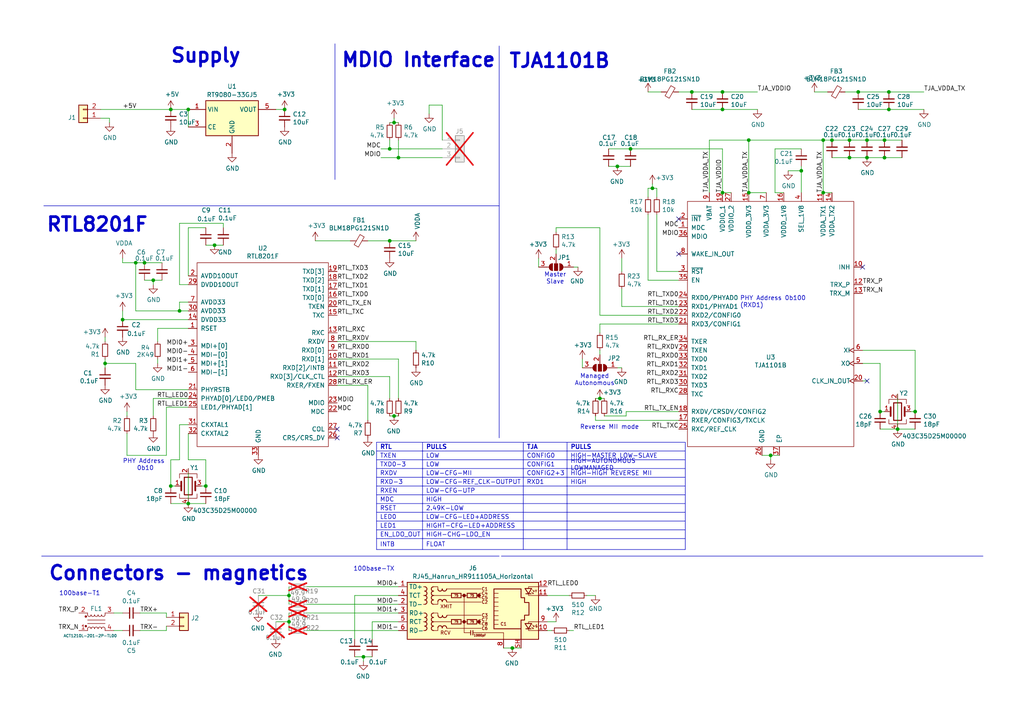
<source format=kicad_sch>
(kicad_sch (version 20250114) (generator "eeschema") (generator_version "9.0")
  (paper "A4")
  (lib_symbols
    (symbol "Connector:RJ45_Hanrun_HR911105A_Horizontal"
      (property "Reference" "J" (at 18.415 10.16 0))
      (property "Value" "RJ45_Hanrun_HR911105A_Horizontal" (at -19.05 10.16 0))
      (symbol "RJ45_Hanrun_HR911105A_Horizontal_0_0"
        (text "XMIT" (at -8.255 1.905 0) (effects (font (size 1.016 1.016)) (justify left)))
        (text "RCV" (at -8.255 -5.715 0) (effects (font (size 1.016 1.016)) (justify left)))
        (text "C1" (at 4.699 6.985 0) (effects (font (size 0.889 0.889))))
        (text "C4" (at 4.699 5.715 0) (effects (font (size 0.889 0.889))))
        (text "C5" (at 4.699 4.445 0) (effects (font (size 0.889 0.889))))
        (text "C2" (at 4.699 3.175 0) (effects (font (size 0.889 0.889))))
        (text "C3" (at 4.699 -0.635 0) (effects (font (size 0.889 0.889))))
        (text "C7" (at 4.699 -1.905 0) (effects (font (size 0.889 0.889))))
        (text "C8" (at 4.699 -3.175 0) (effects (font (size 0.889 0.889))))
        (text "C6" (at 4.699 -4.445 0) (effects (font (size 0.889 0.889))))
        (text "C1" (at 10.16 -3.175 0) (effects (font (size 0.889 0.889))))
      )
      (symbol "RJ45_Hanrun_HR911105A_Horizontal_1_0"
        (text "1000pF" (at 3.302 -6.477 0) (effects (font (size 0.635 0.635))))
      )
      (symbol "RJ45_Hanrun_HR911105A_Horizontal_1_1"
        (text "75" (at -3.556 5.08 0) (effects (font (size 0.635 0.635))))
        (text "75" (at -3.556 -2.54 0) (effects (font (size 0.635 0.635))))
        (text "75" (at 1.016 5.08 0) (effects (font (size 0.635 0.635))))
        (text "75" (at 1.016 -2.54 0) (effects (font (size 0.635 0.635))))
        (text "Y" (at 19.558 6.35 0) (effects (font (size 0.635 0.635))))
        (text "G" (at 19.685 -3.81 0) (effects (font (size 0.635 0.635))))
        (pin passive line (at -20.32 7.62 0) (length 2.54) (name "TD+") (number "1"))
        (pin passive line (at -20.32 5.08 0) (length 2.54) (name "TCT") (number "4"))
        (pin passive line (at -20.32 2.54 0) (length 2.54) (name "TD-") (number "2"))
        (pin passive line (at -20.32 0 0) (length 2.54) (name "RD+") (number "3"))
        (pin passive line (at -20.32 -2.54 0) (length 2.54) (name "RCT") (number "5"))
        (pin passive line (at -20.32 -5.08 0) (length 2.54) (name "RD-") (number "6"))
        (pin power_in line (at 10.16 -10.16 90) (length 2.54) (name "") (number "8"))
        (pin passive line (at 15.24 -10.16 90) (length 2.54) (name "") (number "SH"))
        (pin no_connect line (at 20.32 0 0) (length 0) (hide yes) (name "NC") (number "7"))
        (pin passive line (at 22.86 7.62 180) (length 2.54) (name "") (number "12"))
        (pin passive line (at 22.86 5.08 180) (length 2.54) (name "") (number "11"))
        (pin passive line (at 22.86 -2.54 180) (length 2.54) (name "") (number "9"))
        (pin passive line (at 22.86 -5.08 180) (length 2.54) (name "") (number "10"))
      )
    )
    (symbol "Connector_Generic:Conn_01x02" (pin_names (offset 1.016) (hide yes))
      (property "Reference" "J" (at 0 2.54 0))
      (property "Value" "Conn_01x02" (at 0 -5.08 0))
      (symbol "Conn_01x02_1_1"
        (pin passive line (at -5.08 0 0) (length 3.81) (name "Pin_1") (number "1"))
        (pin passive line (at -5.08 -2.54 0) (length 3.81) (name "Pin_2") (number "2"))
      )
    )
    (symbol "Connector_Generic:Conn_01x03" (pin_names (offset 1.016) (hide yes))
      (property "Reference" "J" (at 0 5.08 0))
      (property "Value" "Conn_01x03" (at 0 -5.08 0))
      (symbol "Conn_01x03_1_1"
        (pin passive line (at -5.08 2.54 0) (length 3.81) (name "Pin_1") (number "1"))
        (pin passive line (at -5.08 0 0) (length 3.81) (name "Pin_2") (number "2"))
        (pin passive line (at -5.08 -2.54 0) (length 3.81) (name "Pin_3") (number "3"))
      )
    )
    (symbol "Device:C_Small" (pin_numbers (hide yes)) (pin_names (offset 0.254) (hide yes))
      (property "Reference" "C" (at 0.254 1.778 0))
      (property "Value" "C_Small" (at 0.254 -2.032 0))
      (symbol "C_Small_1_1"
        (pin passive line (at 0 2.54 270) (length 2.032) (name "~") (number "1"))
        (pin passive line (at 0 -2.54 90) (length 2.032) (name "~") (number "2"))
      )
    )
    (symbol "Device:Crystal_GND24" (pin_names (offset 1.016) (hide yes))
      (property "Reference" "Y" (at 3.175 5.08 0))
      (property "Value" "Crystal_GND24" (at 3.175 3.175 0))
      (symbol "Crystal_GND24_1_1"
        (pin passive line (at -3.81 0 0) (length 1.27) (name "1") (number "1"))
        (pin passive line (at 0 5.08 270) (length 1.27) (name "2") (number "2"))
        (pin passive line (at 0 -5.08 90) (length 1.27) (name "4") (number "4"))
        (pin passive line (at 3.81 0 180) (length 1.27) (name "3") (number "3"))
      )
    )
    (symbol "Device:EMI_Filter_LL_1423" (pin_names (hide yes))
      (property "Reference" "FL" (at 0 4.445 0))
      (property "Value" "Device_EMI_Filter_LL_1423" (at 0 -4.445 0))
      (symbol "EMI_Filter_LL_1423_1_1"
        (pin passive line (at -5.08 2.54 0) (length 2.54) (name "2") (number "2"))
        (pin passive line (at -5.08 -2.54 0) (length 2.54) (name "1") (number "1"))
        (pin passive line (at 5.08 2.54 180) (length 2.54) (name "3") (number "3"))
        (pin passive line (at 5.08 -2.54 180) (length 2.54) (name "4") (number "4"))
      )
    )
    (symbol "Device:Ferrite_Bead_Small" (pin_numbers (hide yes)) (pin_names (offset 0))
      (property "Reference" "FB" (at 1.905 1.27 0))
      (property "Value" "Device_Ferrite_Bead_Small" (at 1.905 -1.27 0))
      (symbol "Ferrite_Bead_Small_1_1"
        (pin passive line (at 0 2.54 270) (length 1.27) (name "~") (number "1"))
        (pin passive line (at 0 -2.54 90) (length 1.27) (name "~") (number "2"))
      )
    )
    (symbol "Device:R_Small" (pin_numbers (hide yes)) (pin_names (offset 0.254) (hide yes))
      (property "Reference" "R" (at 0.762 0.508 0))
      (property "Value" "R_Small" (at 0.762 -1.016 0))
      (symbol "R_Small_1_1"
        (pin passive line (at 0 2.54 270) (length 0.762) (name "~") (number "1"))
        (pin passive line (at 0 -2.54 90) (length 0.762) (name "~") (number "2"))
      )
    )
    (symbol "Jumper:SolderJumper_3_Open" (pin_names (offset 0) (hide yes)) (exclude_from_sim yes) (in_bom no)
      (property "Reference" "JP" (at -2.54 -2.54 0))
      (property "Value" "SolderJumper_3_Open" (at 0 2.794 0))
      (symbol "SolderJumper_3_Open_1_1"
        (pin passive line (at -5.08 0 0) (length 2.54) (name "A") (number "1"))
        (pin passive line (at 0 -3.81 90) (length 2.54) (name "C") (number "2"))
        (pin passive line (at 5.08 0 180) (length 2.54) (name "B") (number "3"))
      )
    )
    (symbol "Regulator_Linear:XC6210B332MR"
      (property "Reference" "U" (at 0 8.89 0))
      (property "Value" "XC6210B332MR" (at 0 6.35 0))
      (symbol "XC6210B332MR_1_1"
        (pin power_in line (at -12.7 2.54 0) (length 5.08) (name "VIN") (number "1"))
        (pin input line (at -12.7 -2.54 0) (length 5.08) (name "CE") (number "3"))
        (pin power_in line (at 0 -10.16 90) (length 5.08) (name "GND") (number "2"))
        (pin no_connect line (at 7.62 -2.54 180) (length 5.08) (hide yes) (name "NC") (number "4"))
        (pin power_out line (at 12.7 2.54 180) (length 5.08) (name "VOUT") (number "5"))
      )
    )
    (symbol "custom:SR8201F" (pin_names (offset 1.016))
      (property "Reference" "U" (at 0 0 0))
      (property "Value" "SR8201F" (at 0 0 0))
      (symbol "SR8201F_1_1"
        (pin power_out line (at -21.59 22.86 0) (length 2.54) (name "AVDD10OUT") (number "2"))
        (pin power_out line (at -21.59 20.32 0) (length 2.54) (name "DVDD10OUT") (number "29"))
        (pin power_in line (at -21.59 15.24 0) (length 2.54) (name "AVDD33") (number "7"))
        (pin power_in line (at -21.59 12.7 0) (length 2.54) (name "AVDD33") (number "30"))
        (pin power_in line (at -21.59 10.16 0) (length 2.54) (name "DVDD33") (number "14"))
        (pin input line (at -21.59 7.62 0) (length 2.54) (name "RSET") (number "1"))
        (pin output line (at -21.59 2.54 0) (length 2.54) (name "MDI+[0]") (number "3"))
        (pin output line (at -21.59 0 0) (length 2.54) (name "MDI-[0]") (number "4"))
        (pin output line (at -21.59 -2.54 0) (length 2.54) (name "MDI+[1]") (number "5"))
        (pin output line (at -21.59 -5.08 0) (length 2.54) (name "MDI-[1]") (number "6"))
        (pin input line (at -21.59 -10.16 0) (length 2.54) (name "PHYRSTB") (number "21"))
        (pin output line (at -21.59 -12.7 0) (length 2.54) (name "PHYAD[0]/LED0/PMEB") (number "24"))
        (pin output line (at -21.59 -15.24 0) (length 2.54) (name "LED1/PHYAD[1]") (number "25"))
        (pin input line (at -21.59 -20.32 0) (length 2.54) (name "CKXTAL1") (number "31"))
        (pin bidirectional line (at -21.59 -22.86 0) (length 2.54) (name "CKXTAL2") (number "32"))
        (pin power_in line (at -1.27 -29.21 90) (length 2.54) (name "GND") (number "33"))
        (pin input line (at 21.59 24.13 180) (length 2.54) (name "TXD[3]") (number "19"))
        (pin input line (at 21.59 21.59 180) (length 2.54) (name "TXD[2]") (number "18"))
        (pin input line (at 21.59 19.05 180) (length 2.54) (name "TXD[1]") (number "17"))
        (pin input line (at 21.59 16.51 180) (length 2.54) (name "TXD[0]") (number "16"))
        (pin input line (at 21.59 13.97 180) (length 2.54) (name "TXEN") (number "20"))
        (pin output line (at 21.59 11.43 180) (length 2.54) (name "TXC") (number "15"))
        (pin input line (at 21.59 6.35 180) (length 2.54) (name "RXC") (number "13"))
        (pin output line (at 21.59 3.81 180) (length 2.54) (name "RXDV") (number "8"))
        (pin output line (at 21.59 1.27 180) (length 2.54) (name "RXD[0]") (number "9"))
        (pin output line (at 21.59 -1.27 180) (length 2.54) (name "RXD[1]") (number "10"))
        (pin output line (at 21.59 -3.81 180) (length 2.54) (name "RXD[2]/INTB") (number "11"))
        (pin output line (at 21.59 -6.35 180) (length 2.54) (name "RXD[3]/CLK_CTL") (number "12"))
        (pin output line (at 21.59 -8.89 180) (length 2.54) (name "RXER/FXEN") (number "28"))
        (pin bidirectional line (at 21.59 -13.97 180) (length 2.54) (name "MDIO") (number "23"))
        (pin input line (at 21.59 -16.51 180) (length 2.54) (name "MDC") (number "22"))
        (pin output line (at 21.59 -21.59 180) (length 2.54) (name "COL") (number "27"))
        (pin output line (at 21.59 -24.13 180) (length 2.54) (name "CRS/CRS_DV") (number "26"))
      )
    )
    (symbol "custom:TJA1101" (pin_names (offset 1.016))
      (property "Reference" "U" (at 0 0 0))
      (property "Value" "TJA1101" (at 0 0 0))
      (symbol "TJA1101_1_1"
        (pin input line (at -26.67 30.48 0) (length 2.54) (name "~{INT}") (number "2"))
        (pin input line (at -26.67 27.94 0) (length 2.54) (name "MDC") (number "1"))
        (pin bidirectional line (at -26.67 25.4 0) (length 2.54) (name "MDIO") (number "36"))
        (pin bidirectional line (at -26.67 20.32 0) (length 2.54) (name "WAKE_IN_OUT") (number "8"))
        (pin input line (at -26.67 15.24 0) (length 2.54) (name "~{RST}") (number "3"))
        (pin input line (at -26.67 12.7 0) (length 2.54) (name "EN") (number "35"))
        (pin output line (at -26.67 7.62 0) (length 2.54) (name "RXD0/PHYAD0") (number "24"))
        (pin output line (at -26.67 5.08 0) (length 2.54) (name "RXD1/PHYAD1") (number "23"))
        (pin output line (at -26.67 2.54 0) (length 2.54) (name "RXD2/CONFIG0") (number "22"))
        (pin output line (at -26.67 0 0) (length 2.54) (name "RXD3/CONFIG1") (number "21"))
        (pin input line (at -26.67 -5.08 0) (length 2.54) (name "TXER") (number "34"))
        (pin input line (at -26.67 -7.62 0) (length 2.54) (name "TXEN") (number "29"))
        (pin input line (at -26.67 -10.16 0) (length 2.54) (name "TXD0") (number "33"))
        (pin input line (at -26.67 -12.7 0) (length 2.54) (name "TXD1") (number "32"))
        (pin input line (at -26.67 -15.24 0) (length 2.54) (name "TXD2") (number "31"))
        (pin input line (at -26.67 -17.78 0) (length 2.54) (name "TXD3") (number "30"))
        (pin output line (at -26.67 -20.32 0) (length 2.54) (name "TXC") (number "28"))
        (pin output line (at -26.67 -25.4 0) (length 2.54) (name "RXDV/CRSDV/CONFIG2") (number "18"))
        (pin output line (at -26.67 -27.94 0) (length 2.54) (name "RXER/CONFIG3/TXCLK") (number "17"))
        (pin input line (at -26.67 -30.48 0) (length 2.54) (name "RXC/REF_CLK") (number "25"))
        (pin power_in line (at -17.78 38.1 270) (length 2.54) (name "VBAT") (number "9"))
        (pin power_in line (at -13.97 38.1 270) (length 2.54) (name "VDDIO_1") (number "19"))
        (pin power_in line (at -11.43 38.1 270) (length 2.54) (name "VDDIO_2") (number "27"))
        (pin power_in line (at -6.35 38.1 270) (length 2.54) (name "VDDD_3V3") (number "15"))
        (pin power_in line (at -2.54 -38.1 90) (length 2.54) (name "GND") (number "26"))
        (pin power_in line (at -1.27 38.1 270) (length 2.54) (name "VDDA_3V3") (number "7"))
        (pin power_in line (at 2.54 -38.1 90) (length 2.54) (name "EP") (number "37"))
        (pin power_out line (at 3.81 38.1 270) (length 2.54) (name "VDDD_1V8") (number "16"))
        (pin input line (at 8.89 38.1 270) (length 2.54) (name "SEL_1V8") (number "4"))
        (pin power_in line (at 15.24 38.1 270) (length 2.54) (name "VDDA_TX1") (number "11"))
        (pin power_in line (at 17.78 38.1 270) (length 2.54) (name "VDDA_TX2") (number "14"))
        (pin input line (at 26.67 16.51 180) (length 2.54) (name "INH") (number "10"))
        (pin output line (at 26.67 11.43 180) (length 2.54) (name "TRX_P") (number "12"))
        (pin output line (at 26.67 8.89 180) (length 2.54) (name "TRX_M") (number "13"))
        (pin input clock (at 26.67 -7.62 180) (length 2.54) (name "XI") (number "6"))
        (pin output clock (at 26.67 -11.43 180) (length 2.54) (name "XO") (number "5"))
        (pin bidirectional clock (at 26.67 -16.51 180) (length 2.54) (name "CLK_IN_OUT") (number "20"))
      )
    )
    (symbol "power:+3V3" (power) (pin_names (offset 0))
      (property "Value" "+3V3" (at 0 3.556 0))
      (symbol "+3V3_1_1"
        (pin power_in line (at 0 0 90) (length 0) (hide yes) (name "+3V3") (number "1"))
      )
    )
    (symbol "power:+5V" (power) (pin_names (offset 0))
      (property "Value" "+5V" (at 0 3.556 0))
      (symbol "+5V_1_1"
        (pin power_in line (at 0 0 90) (length 0) (hide yes) (name "+5V") (number "1"))
      )
    )
    (symbol "power:GND" (power) (pin_names (offset 0))
      (property "Value" "GND" (at 0 -3.81 0))
      (symbol "GND_1_1"
        (pin power_in line (at 0 0 270) (length 0) (hide yes) (name "GND") (number "1"))
      )
    )
    (symbol "power:VDDA" (power) (pin_names (offset 0))
      (property "Value" "VDDA" (at 0 3.81 0))
      (symbol "VDDA_1_1"
        (pin power_in line (at 0 0 90) (length 0) (hide yes) (name "VDDA") (number "1"))
      )
    )
  )
  (text "" (at 113.792 26.67 0) (effects (font (size 4 4) (thickness 0.8) (bold yes))))
  (text "100base-T1" (at 23.114 172.212 0) (effects (font (size 1.27 1.27))))
  (text "Connectors - magnetics" (at 51.816 166.37 0) (effects (font (size 4 4) (thickness 0.8) (bold yes))))
  (text "PHY Address 0b100\n(RXD1)" (at 214.63 89.408 0) (effects (font (size 1.27 1.27)) (justify left bottom)))
  (text "MDIO Interface" (at 121.412 17.526 0) (effects (font (size 4 4) (thickness 0.8) (bold yes))))
  (text "TJA1101B" (at 162.306 17.78 0) (effects (font (size 4 4) (thickness 0.8) (bold yes))))
  (text "Master\nSlave" (at 161.036 82.55 0) (effects (font (size 1.27 1.27)) (justify bottom)))
  (text "Reverse MII mode" (at 176.784 124.714 0) (effects (font (size 1.27 1.27)) (justify bottom)))
  (text "RTL8201F" (at 28.194 65.278 0) (effects (font (size 4 4) (thickness 0.8) (bold yes))))
  (text "100base-TX" (at 108.458 165.1 0) (effects (font (size 1.27 1.27))))
  (text "Managed\nAutonomous" (at 172.466 112.014 0) (effects (font (size 1.27 1.27)) (justify bottom)))
  (text "PHY Address \n0b10" (at 42.164 136.652 0) (effects (font (size 1.27 1.27)) (justify bottom)))
  (text "Supply" (at 59.69 16.256 0) (effects (font (size 4 4) (thickness 0.8) (bold yes))))
  (junction (at 217.17 40.64))
  (junction (at 114.3 120.65))
  (junction (at 255.27 119.38))
  (junction (at 49.53 140.97))
  (junction (at 265.43 119.38))
  (junction (at 217.17 55.88))
  (junction (at 54.61 146.05))
  (junction (at 209.55 31.75))
  (junction (at 200.66 26.67))
  (junction (at 54.61 31.75))
  (junction (at 246.38 45.72))
  (junction (at 182.88 43.18))
  (junction (at 238.76 55.88))
  (junction (at 173.99 115.57))
  (junction (at 30.48 105.41))
  (junction (at 238.76 40.64))
  (junction (at 39.37 76.2))
  (junction (at 209.55 26.67))
  (junction (at 113.03 43.18))
  (junction (at 241.3 40.64))
  (junction (at 44.45 81.28))
  (junction (at 251.46 40.64))
  (junction (at 257.81 26.67))
  (junction (at 83.82 180.34))
  (junction (at 256.54 40.64))
  (junction (at 209.55 55.88))
  (junction (at 248.92 26.67))
  (junction (at 189.23 54.61))
  (junction (at 62.23 71.12))
  (junction (at 83.82 172.72))
  (junction (at 148.59 187.96))
  (junction (at 41.91 76.2))
  (junction (at 246.38 40.64))
  (junction (at 113.03 69.85))
  (junction (at 105.41 190.5))
  (junction (at 82.55 31.75))
  (junction (at 35.56 92.71))
  (junction (at 256.54 45.72))
  (junction (at 179.07 48.26))
  (junction (at 257.81 31.75))
  (junction (at 114.3 35.56))
  (junction (at 223.52 132.08))
  (junction (at 59.69 140.97))
  (junction (at 52.07 90.17))
  (junction (at 115.57 45.72))
  (junction (at 260.35 124.46))
  (junction (at 232.41 49.53))
  (junction (at 251.46 45.72))
  (junction (at 49.53 31.75))
  (no_connect (at 196.85 63.5))
  (no_connect (at 251.46 110.49))
  (no_connect (at 97.79 127))
  (no_connect (at 97.79 124.46))
  (no_connect (at 196.85 73.66))
  (no_connect (at 250.19 77.47))
  (wire (pts (xy 97.79 99.06) (xy 120.65 99.06)))
  (wire (pts (xy 236.22 26.67) (xy 240.03 26.67)))
  (wire (pts (xy 114.3 120.65) (xy 115.57 120.65)))
  (wire (pts (xy 158.75 172.72) (xy 165.1 172.72)))
  (wire (pts (xy 74.93 172.72) (xy 83.82 172.72)))
  (wire (pts (xy 106.68 111.76) (xy 106.68 121.92)))
  (wire (pts (xy 113.03 35.56) (xy 114.3 35.56)))
  (wire (pts (xy 238.76 55.88) (xy 241.3 55.88)))
  (wire (pts (xy 54.61 82.55) (xy 52.07 82.55)))
  (wire (pts (xy 83.82 180.34) (xy 83.82 182.88)))
  (wire (pts (xy 54.61 133.35) (xy 59.69 133.35)))
  (wire (pts (xy 226.06 132.08) (xy 223.52 132.08)))
  (wire (pts (xy 180.34 74.93) (xy 180.34 78.74)))
  (wire (pts (xy 196.85 119.38) (xy 181.61 119.38)))
  (wire (pts (xy 54.61 123.19) (xy 52.07 123.19)))
  (wire (pts (xy 255.27 105.41) (xy 250.19 105.41)))
  (wire (pts (xy 260.35 124.46) (xy 265.43 124.46)))
  (wire (pts (xy 29.21 34.29) (xy 31.75 34.29)))
  (wire (pts (xy 52.07 90.17) (xy 54.61 90.17)))
  (wire (pts (xy 161.29 180.34) (xy 158.75 180.34)))
  (wire (pts (xy 182.88 43.18) (xy 176.53 43.18)))
  (wire (pts (xy 83.82 177.8) (xy 83.82 180.34)))
  (wire (pts (xy 146.05 187.96) (xy 148.59 187.96)))
  (wire (pts (xy 172.72 121.92) (xy 172.72 120.65)))
  (wire (pts (xy 256.54 45.72) (xy 261.62 45.72)))
  (wire (pts (xy 179.07 48.26) (xy 176.53 48.26)))
  (wire (pts (xy 124.46 30.48) (xy 124.46 33.02)))
  (wire (pts (xy 54.61 87.63) (xy 52.07 87.63)))
  (wire (pts (xy 48.26 179.07) (xy 48.26 177.8)))
  (wire (pts (xy 54.61 66.04) (xy 54.61 80.01)))
  (wire (pts (xy 114.3 35.56) (xy 115.57 35.56)))
  (wire (pts (xy 39.37 105.41) (xy 39.37 113.03)))
  (wire (pts (xy 200.66 26.67) (xy 209.55 26.67)))
  (wire (pts (xy 224.79 55.88) (xy 224.79 43.18)))
  (wire (pts (xy 49.53 133.35) (xy 49.53 140.97)))
  (wire (pts (xy 113.03 69.85) (xy 120.65 69.85)))
  (wire (pts (xy 80.01 180.34) (xy 83.82 180.34)))
  (wire (pts (xy 102.87 185.42) (xy 102.87 172.72)))
  (wire (pts (xy 114.3 120.65) (xy 113.03 120.65)))
  (wire (pts (xy 173.99 66.04) (xy 161.29 66.04)))
  (wire (pts (xy 245.11 26.67) (xy 248.92 26.67)))
  (wire (pts (xy 52.07 123.19) (xy 52.07 133.35)))
  (wire (pts (xy 156.21 74.93) (xy 156.21 77.47)))
  (wire (pts (xy 223.52 133.35) (xy 223.52 132.08)))
  (wire (pts (xy 52.07 90.17) (xy 52.07 87.63)))
  (wire (pts (xy 36.83 132.08) (xy 36.83 125.73)))
  (wire (pts (xy 91.44 69.85) (xy 101.6 69.85)))
  (wire (pts (xy 30.48 105.41) (xy 39.37 105.41)))
  (wire (pts (xy 227.33 55.88) (xy 224.79 55.88)))
  (wire (pts (xy 39.37 113.03) (xy 54.61 113.03)))
  (wire (pts (xy 217.17 55.88) (xy 222.25 55.88)))
  (wire (pts (xy 205.74 40.64) (xy 217.17 40.64)))
  (wire (pts (xy 173.99 93.98) (xy 173.99 96.52)))
  (wire (pts (xy 29.21 31.75) (xy 49.53 31.75)))
  (wire (pts (xy 179.07 106.68) (xy 180.34 106.68)))
  (wire (pts (xy 209.55 43.18) (xy 209.55 55.88)))
  (wire (pts (xy 52.07 133.35) (xy 49.53 133.35)))
  (wire (pts (xy 49.53 140.97) (xy 50.8 140.97)))
  (wire (pts (xy 200.66 31.75) (xy 209.55 31.75)))
  (wire (pts (xy 36.83 132.08) (xy 48.26 132.08)))
  (polyline (pts (xy 144.78 59.69) (xy 144.78 127)))
  (wire (pts (xy 257.81 31.75) (xy 267.97 31.75)))
  (wire (pts (xy 107.95 185.42) (xy 107.95 180.34)))
  (wire (pts (xy 110.49 45.72) (xy 115.57 45.72)))
  (wire (pts (xy 114.3 34.29) (xy 114.3 35.56)))
  (wire (pts (xy 248.92 31.75) (xy 257.81 31.75)))
  (wire (pts (xy 44.45 115.57) (xy 44.45 120.65)))
  (wire (pts (xy 251.46 110.49) (xy 250.19 110.49)))
  (wire (pts (xy 241.3 40.64) (xy 246.38 40.64)))
  (polyline (pts (xy 144.78 13.335) (xy 144.78 59.69)))
  (wire (pts (xy 80.01 31.75) (xy 82.55 31.75)))
  (polyline (pts (xy 145.415 161.29) (xy 285.115 161.29)))
  (wire (pts (xy 30.48 105.41) (xy 30.48 106.68)))
  (wire (pts (xy 181.61 120.65) (xy 175.26 120.65)))
  (wire (pts (xy 88.9 175.26) (xy 115.57 175.26)))
  (wire (pts (xy 106.68 111.76) (xy 97.79 111.76)))
  (wire (pts (xy 238.76 40.64) (xy 238.76 55.88)))
  (wire (pts (xy 256.54 40.64) (xy 261.62 40.64)))
  (wire (pts (xy 115.57 45.72) (xy 128.27 45.72)))
  (wire (pts (xy 35.56 90.17) (xy 35.56 92.71)))
  (wire (pts (xy 54.61 125.73) (xy 54.61 133.35)))
  (wire (pts (xy 105.41 190.5) (xy 107.95 190.5)))
  (wire (pts (xy 217.17 40.64) (xy 217.17 55.88)))
  (wire (pts (xy 161.29 66.04) (xy 161.29 67.31)))
  (wire (pts (xy 58.42 140.97) (xy 59.69 140.97)))
  (wire (pts (xy 148.59 187.96) (xy 151.13 187.96)))
  (wire (pts (xy 106.68 69.85) (xy 113.03 69.85)))
  (wire (pts (xy 248.92 26.67) (xy 257.81 26.67)))
  (wire (pts (xy 189.23 53.34) (xy 189.23 54.61)))
  (wire (pts (xy 39.37 90.17) (xy 39.37 76.2)))
  (wire (pts (xy 190.5 54.61) (xy 190.5 57.15)))
  (wire (pts (xy 113.03 109.22) (xy 113.03 115.57)))
  (wire (pts (xy 54.61 135.89) (xy 54.61 146.05)))
  (wire (pts (xy 113.03 43.18) (xy 128.27 43.18)))
  (wire (pts (xy 196.85 26.67) (xy 200.66 26.67)))
  (wire (pts (xy 33.02 182.88) (xy 35.56 182.88)))
  (wire (pts (xy 255.27 119.38) (xy 255.27 105.41)))
  (wire (pts (xy 173.99 91.44) (xy 196.85 91.44)))
  (wire (pts (xy 173.99 91.44) (xy 173.99 66.04)))
  (polyline (pts (xy 12.065 161.29) (xy 144.78 161.29)))
  (wire (pts (xy 88.9 177.8) (xy 115.57 177.8)))
  (wire (pts (xy 187.96 81.28) (xy 196.85 81.28)))
  (wire (pts (xy 97.79 104.14) (xy 115.57 104.14)))
  (wire (pts (xy 260.35 114.3) (xy 260.35 124.46)))
  (wire (pts (xy 44.45 115.57) (xy 54.61 115.57)))
  (wire (pts (xy 59.69 71.12) (xy 62.23 71.12)))
  (wire (pts (xy 250.19 101.6) (xy 265.43 101.6)))
  (wire (pts (xy 30.48 104.14) (xy 30.48 105.41)))
  (wire (pts (xy 39.37 76.2) (xy 41.91 76.2)))
  (wire (pts (xy 160.02 182.88) (xy 158.75 182.88)))
  (wire (pts (xy 246.38 40.64) (xy 251.46 40.64)))
  (wire (pts (xy 52.07 64.77) (xy 64.77 64.77)))
  (wire (pts (xy 238.76 40.64) (xy 241.3 40.64)))
  (wire (pts (xy 257.81 26.67) (xy 267.97 26.67)))
  (wire (pts (xy 180.34 88.9) (xy 196.85 88.9)))
  (polyline (pts (xy 97.155 12.7) (xy 97.155 52.07)))
  (wire (pts (xy 224.79 43.18) (xy 232.41 43.18)))
  (wire (pts (xy 62.23 71.12) (xy 64.77 71.12)))
  (wire (pts (xy 241.3 45.72) (xy 246.38 45.72)))
  (wire (pts (xy 246.38 45.72) (xy 251.46 45.72)))
  (wire (pts (xy 54.61 146.05) (xy 59.69 146.05)))
  (wire (pts (xy 232.41 48.26) (xy 232.41 49.53)))
  (wire (pts (xy 179.07 48.26) (xy 182.88 48.26)))
  (wire (pts (xy 217.17 40.64) (xy 238.76 40.64)))
  (wire (pts (xy 190.5 78.74) (xy 196.85 78.74)))
  (wire (pts (xy 83.82 172.72) (xy 83.82 175.26)))
  (wire (pts (xy 166.37 77.47) (xy 167.64 77.47)))
  (wire (pts (xy 45.72 99.06) (xy 45.72 95.25)))
  (wire (pts (xy 115.57 104.14) (xy 115.57 115.57)))
  (wire (pts (xy 187.96 26.67) (xy 191.77 26.67)))
  (wire (pts (xy 170.18 172.72) (xy 172.72 172.72)))
  (wire (pts (xy 181.61 119.38) (xy 181.61 120.65)))
  (wire (pts (xy 41.91 81.28) (xy 44.45 81.28)))
  (wire (pts (xy 187.96 57.15) (xy 187.96 54.61)))
  (wire (pts (xy 180.34 83.82) (xy 180.34 88.9)))
  (wire (pts (xy 45.72 105.41) (xy 45.72 104.14)))
  (wire (pts (xy 110.49 43.18) (xy 113.03 43.18)))
  (wire (pts (xy 128.27 30.48) (xy 124.46 30.48)))
  (polyline (pts (xy 12.7 59.69) (xy 144.78 59.69)))
  (wire (pts (xy 102.87 190.5) (xy 105.41 190.5)))
  (wire (pts (xy 251.46 45.72) (xy 256.54 45.72)))
  (wire (pts (xy 39.37 90.17) (xy 52.07 90.17)))
  (wire (pts (xy 115.57 40.64) (xy 115.57 45.72)))
  (wire (pts (xy 187.96 54.61) (xy 189.23 54.61)))
  (wire (pts (xy 49.53 146.05) (xy 54.61 146.05)))
  (wire (pts (xy 83.82 170.18) (xy 83.82 172.72)))
  (wire (pts (xy 59.69 133.35) (xy 59.69 140.97)))
  (wire (pts (xy 44.45 81.28) (xy 44.45 82.55)))
  (wire (pts (xy 172.72 121.92) (xy 196.85 121.92)))
  (wire (pts (xy 209.55 26.67) (xy 219.71 26.67)))
  (wire (pts (xy 223.52 132.08) (xy 220.98 132.08)))
  (wire (pts (xy 255.27 124.46) (xy 260.35 124.46)))
  (wire (pts (xy 64.77 64.77) (xy 64.77 66.04)))
  (wire (pts (xy 113.03 40.64) (xy 113.03 43.18)))
  (wire (pts (xy 255.27 119.38) (xy 256.54 119.38)))
  (wire (pts (xy 166.37 182.88) (xy 165.1 182.88)))
  (wire (pts (xy 45.72 95.25) (xy 54.61 95.25)))
  (wire (pts (xy 54.61 31.75) (xy 49.53 31.75)))
  (wire (pts (xy 182.88 43.18) (xy 209.55 43.18)))
  (wire (pts (xy 265.43 119.38) (xy 265.43 101.6)))
  (wire (pts (xy 232.41 49.53) (xy 228.6 49.53)))
  (wire (pts (xy 173.99 93.98) (xy 196.85 93.98)))
  (wire (pts (xy 205.74 55.88) (xy 205.74 40.64)))
  (wire (pts (xy 35.56 76.2) (xy 39.37 76.2)))
  (wire (pts (xy 48.26 182.88) (xy 40.64 182.88)))
  (wire (pts (xy 54.61 31.75) (xy 54.61 36.83)))
  (wire (pts (xy 88.9 170.18) (xy 115.57 170.18)))
  (wire (pts (xy 54.61 66.04) (xy 59.69 66.04)))
  (wire (pts (xy 105.41 191.77) (xy 105.41 190.5)))
  (wire (pts (xy 107.95 180.34) (xy 115.57 180.34)))
  (wire (pts (xy 97.79 109.22) (xy 113.03 109.22)))
  (wire (pts (xy 128.27 40.64) (xy 128.27 30.48)))
  (wire (pts (xy 189.23 54.61) (xy 190.5 54.61)))
  (wire (pts (xy 48.26 177.8) (xy 40.64 177.8)))
  (wire (pts (xy 35.56 92.71) (xy 54.61 92.71)))
  (wire (pts (xy 48.26 118.11) (xy 48.26 132.08)))
  (wire (pts (xy 209.55 55.88) (xy 212.09 55.88)))
  (wire (pts (xy 187.96 62.23) (xy 187.96 81.28)))
  (wire (pts (xy 44.45 81.28) (xy 46.99 81.28)))
  (wire (pts (xy 31.75 34.29) (xy 31.75 35.56)))
  (wire (pts (xy 264.16 119.38) (xy 265.43 119.38)))
  (wire (pts (xy 48.26 181.61) (xy 48.26 182.88)))
  (wire (pts (xy 35.56 74.93) (xy 35.56 76.2)))
  (wire (pts (xy 190.5 78.74) (xy 190.5 62.23)))
  (wire (pts (xy 102.87 172.72) (xy 115.57 172.72)))
  (wire (pts (xy 36.83 119.38) (xy 36.83 120.65)))
  (wire (pts (xy 120.65 99.06) (xy 120.65 101.6)))
  (wire (pts (xy 48.26 118.11) (xy 54.61 118.11)))
  (wire (pts (xy 161.29 72.39) (xy 161.29 73.66)))
  (wire (pts (xy 30.48 97.79) (xy 30.48 99.06)))
  (wire (pts (xy 88.9 182.88) (xy 115.57 182.88)))
  (wire (pts (xy 251.46 40.64) (xy 256.54 40.64)))
  (wire (pts (xy 168.91 104.14) (xy 168.91 106.68)))
  (wire (pts (xy 209.55 31.75) (xy 219.71 31.75)))
  (wire (pts (xy 41.91 76.2) (xy 46.99 76.2)))
  (wire (pts (xy 172.72 115.57) (xy 173.99 115.57)))
  (wire (pts (xy 173.99 101.6) (xy 173.99 102.87)))
  (wire (pts (xy 33.02 177.8) (xy 35.56 177.8)))
  (wire (pts (xy 232.41 55.88) (xy 232.41 49.53)))
  (wire (pts (xy 52.07 64.77) (xy 52.07 82.55)))
  (wire (pts (xy 173.99 115.57) (xy 175.26 115.57)))
  (table (column_count 4) (border (external yes) (header yes)) (separators (rows yes) (cols yes)) (column_widths 13.335 29.21 12.7 34.29) (row_heights 2.54 2.54 2.54 2.54 2.54 2.54 2.54 2.54 2.54 2.54 2.54 3.175) (cells (table_cell "RTL" (at 109.22 128.27 0) (size 13.335 2.54) (margins 0.9525 0.9525 0.9525 0.9525) (span 1 1)) (table_cell "PULLS" (at 122.555 128.27 0) (size 29.21 2.54) (margins 0.9525 0.9525 0.9525 0.9525) (span 1 1)) (table_cell "TJA" (at 151.765 128.27 0) (size 12.7 2.54) (margins 0.9525 0.9525 0.9525 0.9525) (span 1 1)) (table_cell "PULLS" (at 164.465 128.27 0) (size 34.29 2.54) (margins 0.9525 0.9525 0.9525 0.9525) (span 1 1)) (table_cell "TXEN" (at 109.22 130.81 0) (size 13.335 2.54) (margins 0.9525 0.9525 0.9525 0.9525) (span 1 1)) (table_cell "LOW" (at 122.555 130.81 0) (size 29.21 2.54) (margins 0.9525 0.9525 0.9525 0.9525) (span 1 1)) (table_cell "CONFIG0" (at 151.765 130.81 0) (size 12.7 2.54) (margins 0.9525 0.9525 0.9525 0.9525) (span 1 1)) (table_cell "HIGH-MASTER LOW-SLAVE" (at 164.465 130.81 0) (size 34.29 2.54) (margins 0.9525 0.9525 0.9525 0.9525) (span 1 1)) (table_cell "TXD0-3" (at 109.22 133.35 0) (size 13.335 2.54) (margins 0.9525 0.9525 0.9525 0.9525) (span 1 1)) (table_cell "LOW" (at 122.555 133.35 0) (size 29.21 2.54) (margins 0.9525 0.9525 0.9525 0.9525) (span 1 1)) (table_cell "CONFIG1" (at 151.765 133.35 0) (size 12.7 2.54) (margins 0.9525 0.9525 0.9525 0.9525) (span 1 1)) (table_cell "HIGH-AUTONOMOUS LOWMANAGED" (at 164.465 133.35 0) (size 34.29 2.54) (margins 0.9525 0.9525 0.9525 0.9525) (span 1 1)) (table_cell "RXDV" (at 109.22 135.89 0) (size 13.335 2.54) (margins 0.9525 0.9525 0.9525 0.9525) (span 1 1)) (table_cell "LOW-CFG-MII" (at 122.555 135.89 0) (size 29.21 2.54) (margins 0.9525 0.9525 0.9525 0.9525) (span 1 1)) (table_cell "CONFIG2+3" (at 151.765 135.89 0) (size 12.7 2.54) (margins 0.9525 0.9525 0.9525 0.9525) (span 1 1)) (table_cell "HIGH-HIGH REVERSE MII" (at 164.465 135.89 0) (size 34.29 2.54) (margins 0.9525 0.9525 0.9525 0.9525) (span 1 1)) (table_cell "RXD-3" (at 109.22 138.43 0) (size 13.335 2.54) (margins 0.9525 0.9525 0.9525 0.9525) (span 1 1)) (table_cell "LOW-CFG-REF_CLK-OUTPUT" (at 122.555 138.43 0) (size 29.21 2.54) (margins 0.9525 0.9525 0.9525 0.9525) (span 1 1)) (table_cell "RXD1" (at 151.765 138.43 0) (size 12.7 2.54) (margins 0.9525 0.9525 0.9525 0.9525) (span 1 1)) (table_cell "HIGH" (at 164.465 138.43 0) (size 34.29 2.54) (margins 0.9525 0.9525 0.9525 0.9525) (span 1 1)) (table_cell "RXEN" (at 109.22 140.97 0) (size 13.335 2.54) (margins 0.9525 0.9525 0.9525 0.9525) (span 1 1)) (table_cell "LOW-CFG-UTP" (at 122.555 140.97 0) (size 29.21 2.54) (margins 0.9525 0.9525 0.9525 0.9525) (span 1 1)) (table_cell "" (at 151.765 140.97 0) (size 12.7 2.54) (margins 0.9525 0.9525 0.9525 0.9525) (span 1 1)) (table_cell "" (at 164.465 140.97 0) (size 34.29 2.54) (margins 0.9525 0.9525 0.9525 0.9525) (span 1 1)) (table_cell "MDC" (at 109.22 143.51 0) (size 13.335 2.54) (margins 0.9525 0.9525 0.9525 0.9525) (span 1 1)) (table_cell "HIGH" (at 122.555 143.51 0) (size 29.21 2.54) (margins 0.9525 0.9525 0.9525 0.9525) (span 1 1)) (table_cell "" (at 151.765 143.51 0) (size 12.7 2.54) (margins 0.9525 0.9525 0.9525 0.9525) (span 1 1)) (table_cell "" (at 164.465 143.51 0) (size 34.29 2.54) (margins 0.9525 0.9525 0.9525 0.9525) (span 1 1)) (table_cell "RSET" (at 109.22 146.05 0) (size 13.335 2.54) (margins 0.9525 0.9525 0.9525 0.9525) (span 1 1)) (table_cell "2.49K-LOW" (at 122.555 146.05 0) (size 29.21 2.54) (margins 0.9525 0.9525 0.9525 0.9525) (span 1 1)) (table_cell "" (at 151.765 146.05 0) (size 12.7 2.54) (margins 0.9525 0.9525 0.9525 0.9525) (span 1 1)) (table_cell "" (at 164.465 146.05 0) (size 34.29 2.54) (margins 0.9525 0.9525 0.9525 0.9525) (span 1 1)) (table_cell "LED0" (at 109.22 148.59 0) (size 13.335 2.54) (margins 0.9525 0.9525 0.9525 0.9525) (span 1 1)) (table_cell "LOW-CFG-LED+ADDRESS" (at 122.555 148.59 0) (size 29.21 2.54) (margins 0.9525 0.9525 0.9525 0.9525) (span 1 1)) (table_cell "" (at 151.765 148.59 0) (size 12.7 2.54) (margins 0.9525 0.9525 0.9525 0.9525) (span 1 1)) (table_cell "" (at 164.465 148.59 0) (size 34.29 2.54) (margins 0.9525 0.9525 0.9525 0.9525) (span 1 1)) (table_cell "LED1" (at 109.22 151.13 0) (size 13.335 2.54) (margins 0.9525 0.9525 0.9525 0.9525) (span 1 1)) (table_cell "HIGHT-CFG-LED+ADDRESS" (at 122.555 151.13 0) (size 29.21 2.54) (margins 0.9525 0.9525 0.9525 0.9525) (span 1 1)) (table_cell "" (at 151.765 151.13 0) (size 12.7 2.54) (margins 0.9525 0.9525 0.9525 0.9525) (span 1 1)) (table_cell "" (at 164.465 151.13 0) (size 34.29 2.54) (margins 0.9525 0.9525 0.9525 0.9525) (span 1 1)) (table_cell "EN_LDO_OUT" (at 109.22 153.67 0) (size 13.335 2.54) (margins 0.9525 0.9525 0.9525 0.9525) (span 1 1)) (table_cell "HIGH-CHG-LDO_EN" (at 122.555 153.67 0) (size 29.21 2.54) (margins 0.9525 0.9525 0.9525 0.9525) (span 1 1)) (table_cell "" (at 151.765 153.67 0) (size 12.7 2.54) (margins 0.9525 0.9525 0.9525 0.9525) (span 1 1)) (table_cell "" (at 164.465 153.67 0) (size 34.29 2.54) (margins 0.9525 0.9525 0.9525 0.9525) (span 1 1)) (table_cell "INTB" (at 109.22 156.21 0) (size 13.335 3.175) (margins 0.9525 0.9525 0.9525 0.9525) (span 1 1)) (table_cell "FLOAT" (at 122.555 156.21 0) (size 29.21 3.175) (margins 0.9525 0.9525 0.9525 0.9525) (span 1 1)) (table_cell "" (at 151.765 156.21 0) (size 12.7 3.175) (margins 0.9525 0.9525 0.9525 0.9525) (span 1 1)) (table_cell "" (at 164.465 156.21 0) (size 34.29 3.175) (margins 0.9525 0.9525 0.9525 0.9525) (span 1 1))))
  (label "+5V" (at 35.56 31.75 0))
  (label "RTL_TXD1" (at 196.85 88.9 180))
  (label "RTL_TXD0" (at 97.79 86.36 0))
  (label "MDI0+" (at 115.57 170.18 180))
  (label "RTL_RXD3" (at 97.79 109.22 0))
  (label "TJA_VDDA_TX" (at 238.76 55.88 90))
  (label "RTL_RXD3" (at 196.85 111.76 180))
  (label "RTL_RXD2" (at 97.79 106.68 0))
  (label "TJA_VDDIO" (at 219.71 26.67 0))
  (label "RTL_TXD0" (at 196.85 86.36 180))
  (label "MDIO" (at 196.85 68.58 180))
  (label "TJA_VDDA_TX" (at 205.74 55.88 90))
  (label "RTL_RXD2" (at 196.85 109.22 180))
  (label "RTL_LED1" (at 166.37 182.88 0))
  (label "TRX-" (at 40.64 182.88 0))
  (label "MDI1+" (at 54.61 105.41 180))
  (label "RTL_LED1" (at 54.61 118.11 180))
  (label "TRX_P" (at 250.19 82.55 0))
  (label "RTL_RXD1" (at 97.79 104.14 0))
  (label "MDC" (at 97.79 119.38 0))
  (label "TRX_N" (at 22.86 182.88 180))
  (label "RTL_TXC" (at 196.85 124.46 180))
  (label "RTL_TXD2" (at 97.79 81.28 0))
  (label "RTL_LED0" (at 54.61 115.57 180))
  (label "RTL_RXD0" (at 97.79 101.6 0))
  (label "TRX+" (at 40.64 177.8 0))
  (label "TRX_P" (at 22.86 177.8 180))
  (label "MDC" (at 110.49 43.18 180))
  (label "MDI0-" (at 115.57 175.26 180))
  (label "RTL_RXDV" (at 196.85 101.6 180))
  (label "MDIO" (at 110.49 45.72 180))
  (label "RTL_TXD1" (at 97.79 83.82 0))
  (label "TJA_VDDIO" (at 209.55 55.88 90))
  (label "MDI1-" (at 54.61 107.95 180))
  (label "MDIO" (at 97.79 116.84 0))
  (label "RTL_LED0" (at 158.75 170.18 0))
  (label "RTL_RXC" (at 97.79 96.52 0))
  (label "RTL_TX_EN" (at 97.79 88.9 0))
  (label "RTL_RXDV" (at 97.79 99.06 0))
  (label "RTL_RXD0" (at 196.85 104.14 180))
  (label "RTL_TXD3" (at 97.79 78.74 0))
  (label "RTL_RXC" (at 196.85 114.3 180))
  (label "TJA_VDDA_TX" (at 217.17 55.88 90))
  (label "MDI0-" (at 54.61 102.87 180))
  (label "MDI1+" (at 115.57 177.8 180))
  (label "TJA_VDDA_TX" (at 267.97 26.67 0))
  (label "RTL_TXC" (at 97.79 91.44 0))
  (label "RTL_TXD2" (at 196.85 91.44 180))
  (label "MDI1-" (at 115.57 182.88 180))
  (label "RTL_RX_ER" (at 97.79 111.76 0))
  (label "MDC" (at 196.85 66.04 180))
  (label "MDI0+" (at 54.61 100.33 180))
  (label "RTL_TX_EN" (at 196.85 119.38 180))
  (label "RTL_TXD3" (at 196.85 93.98 180))
  (label "TRX_N" (at 250.19 85.09 0))
  (label "RTL_RXD1" (at 196.85 106.68 180))
  (label "RTL_RX_ER" (at 196.85 99.06 180))
  (symbol (lib_id "power:GND") (at 67.31 44.45 0) (unit 1)
    (property "Reference" "#PWR014" (effects (hide yes)))
    (property "Value" "GND" (at 67.437 48.8442 0))
  )
  (symbol (lib_id "Device:C_Small") (at 82.55 34.29 0) (unit 1)
    (property "Reference" "C12" (at 84.8868 33.1216 0) (effects (justify left)))
    (property "Value" "10uF" (at 84.8868 35.433 0) (effects (justify left)))
    (property "Footprint" "Capacitor_SMD:C_0603_1608Metric" (effects (hide yes)))
  )
  (symbol (lib_id "power:GND") (at 82.55 36.83 0) (unit 1)
    (property "Reference" "#PWR017" (effects (hide yes)))
    (property "Value" "GND" (at 82.677 41.2242 0))
  )
  (symbol (lib_id "power:GND") (at 49.53 36.83 0) (unit 1)
    (property "Reference" "#PWR09" (effects (hide yes)))
    (property "Value" "GND" (at 49.657 41.2242 0))
  )
  (symbol (lib_id "power:+5V") (at 49.53 31.75 0) (unit 1)
    (property "Reference" "#PWR08" (effects (hide yes)))
    (property "Value" "+5V" (at 49.911 27.3558 0))
  )
  (symbol (lib_id "power:+3V3") (at 82.55 31.75 0) (unit 1)
    (property "Reference" "#PWR016" (effects (hide yes)))
    (property "Value" "+3V3" (at 82.931 27.3558 0))
  )
  (symbol (lib_id "custom:TJA1101") (at 223.52 93.98 0) (unit 1)
    (property "Reference" "U3" (at 223.52 103.6066 0))
    (property "Value" "TJA1101B" (at 223.52 105.918 0))
    (property "Footprint" "Package_DFN_QFN:QFN-36-1EP_6x6mm_P0.5mm_EP3.7x3.7mm_ThermalVias" (effects (hide yes)))
  )
  (symbol (lib_id "power:GND") (at 223.52 133.35 0) (unit 1)
    (property "Reference" "#PWR041" (effects (hide yes)))
    (property "Value" "GND" (at 223.647 137.7442 0))
  )
  (symbol (lib_id "Device:R_Small") (at 115.57 38.1 0) (unit 1)
    (property "Reference" "R6" (at 117.0686 36.9316 0) (effects (justify left)))
    (property "Value" "4.7k" (at 117.0686 39.243 0) (effects (justify left)))
    (property "Footprint" "Resistor_SMD:R_0603_1608Metric" (effects (hide yes)))
  )
  (symbol (lib_id "Device:R_Small") (at 113.03 38.1 0) (mirror x) (unit 1)
    (property "Reference" "R5" (at 111.5314 36.9316 0) (effects (justify right)))
    (property "Value" "4.7k" (at 111.5314 39.243 0) (effects (justify right)))
    (property "Footprint" "Resistor_SMD:R_0603_1608Metric" (effects (hide yes)))
  )
  (symbol (lib_id "power:+3V3") (at 114.3 34.29 0) (unit 1)
    (property "Reference" "#PWR021" (effects (hide yes)))
    (property "Value" "+3V3" (at 114.681 29.8958 0))
  )
  (symbol (lib_id "Device:C_Small") (at 107.95 187.96 180) (unit 1)
    (property "Reference" "C14" (at 104.14 185.928 0) (effects (justify right)))
    (property "Value" "0.1uF" (at 106.934 192.024 0) (effects (justify right)))
    (property "Footprint" "Capacitor_SMD:C_0603_1608Metric" (effects (hide yes)))
  )
  (symbol (lib_id "Device:C_Small") (at 102.87 187.96 0) (mirror x) (unit 1)
    (property "Reference" "C13" (at 102.362 185.928 0) (effects (justify right)))
    (property "Value" "0.1uF" (at 104.14 192.024 0) (effects (justify right)))
    (property "Footprint" "Capacitor_SMD:C_0603_1608Metric" (effects (hide yes)))
  )
  (symbol (lib_id "power:GND") (at 45.72 105.41 0) (unit 1)
    (property "Reference" "#PWR012" (effects (hide yes)))
    (property "Value" "GND" (at 45.847 109.8042 0))
  )
  (symbol (lib_id "Device:R_Small") (at 45.72 101.6 180) (unit 1)
    (property "Reference" "R4" (at 42.164 100.838 0))
    (property "Value" "2K49" (at 42.164 102.87 0))
    (property "Footprint" "Resistor_SMD:R_0603_1608Metric" (effects (hide yes)))
  )
  (symbol (lib_id "Device:C_Small") (at 35.56 95.25 0) (mirror y) (unit 1)
    (property "Reference" "C2" (at 38.1 94.234 0) (effects (justify right)))
    (property "Value" "0.1uF" (at 36.83 96.774 0) (effects (justify right)))
    (property "Footprint" "Capacitor_SMD:C_0603_1608Metric" (effects (hide yes)))
  )
  (symbol (lib_id "power:GND") (at 74.93 132.08 0) (unit 1)
    (property "Reference" "#PWR018" (effects (hide yes)))
    (property "Value" "GND" (at 75.057 136.4742 0))
  )
  (symbol (lib_id "power:VDDA") (at 35.56 74.93 0) (unit 1)
    (property "Reference" "#PWR04" (effects (hide yes)))
    (property "Value" "VDDA" (at 35.9918 70.5358 0))
  )
  (symbol (lib_id "Device:C_Small") (at 46.99 78.74 0) (mirror y) (unit 1)
    (property "Reference" "C7" (at 45.212 73.152 0) (effects (justify right)))
    (property "Value" "0.1uF" (at 44.958 74.93 0) (effects (justify right)))
    (property "Footprint" "Capacitor_SMD:C_0603_1608Metric" (effects (hide yes)))
  )
  (symbol (lib_id "power:+3V3") (at 35.56 90.17 0) (unit 1)
    (property "Reference" "#PWR05" (effects (hide yes)))
    (property "Value" "+3V3" (at 35.941 85.7758 0))
  )
  (symbol (lib_id "power:GND") (at 62.23 71.12 0) (unit 1)
    (property "Reference" "#PWR015" (effects (hide yes)))
    (property "Value" "GND" (at 65.278 73.152 0))
  )
  (symbol (lib_id "Device:C_Small") (at 64.77 68.58 180) (unit 1)
    (property "Reference" "C11" (at 63.246 60.9346 0) (effects (justify right)))
    (property "Value" "0.1uF" (at 63.246 63.246 0) (effects (justify right)))
    (property "Footprint" "Capacitor_SMD:C_0603_1608Metric" (effects (hide yes)))
  )
  (symbol (lib_id "Device:C_Small") (at 59.69 68.58 0) (mirror y) (unit 1)
    (property "Reference" "C9" (at 58.42 60.96 0) (effects (justify right)))
    (property "Value" "0.1uF" (at 57.15 63.5 0) (effects (justify right)))
    (property "Footprint" "Capacitor_SMD:C_0603_1608Metric" (effects (hide yes)))
  )
  (symbol (lib_id "custom:SR8201F") (at 76.2 102.87 0) (unit 1)
    (property "Reference" "U2" (at 76.2 72.009 0))
    (property "Value" "RTL8201F" (at 76.2 74.3204 0))
    (property "Footprint" "Package_DFN_QFN:QFN-32-1EP_5x5mm_P0.5mm_EP3.3x3.3mm_ThermalVias" (effects (hide yes)))
    (property "Datasheet" "https://datasheet.lcsc.com/szlcsc/1903141430_CoreChips-SR8201F_C378491.pdf" (effects (hide yes)))
  )
  (symbol (lib_id "Device:R_Small") (at 30.48 101.6 180) (unit 1)
    (property "Reference" "R1" (at 28.9814 102.7684 0) (effects (justify left)))
    (property "Value" "4.7k" (at 28.9814 100.457 0) (effects (justify left)))
    (property "Footprint" "Resistor_SMD:R_0603_1608Metric" (effects (hide yes)))
  )
  (symbol (lib_id "power:+3V3") (at 30.48 97.79 0) (unit 1)
    (property "Reference" "#PWR02" (effects (hide yes)))
    (property "Value" "+3V3" (at 26.67 96.266 0))
  )
  (symbol (lib_id "Device:C_Small") (at 30.48 109.22 0) (mirror y) (unit 1)
    (property "Reference" "C1" (at 24.13 108.204 0) (effects (justify right)))
    (property "Value" "0.1uF" (at 23.114 110.49 0) (effects (justify right)))
    (property "Footprint" "Capacitor_SMD:C_0603_1608Metric" (effects (hide yes)))
  )
  (symbol (lib_id "power:GND") (at 30.48 111.76 0) (unit 1)
    (property "Reference" "#PWR03" (effects (hide yes)))
    (property "Value" "GND" (at 30.607 116.1542 0))
  )
  (symbol (lib_id "Device:R_Small") (at 44.45 123.19 0) (mirror y) (unit 1)
    (property "Reference" "R3" (at 42.9514 122.0216 0) (effects (justify left)))
    (property "Value" "4.7k" (at 42.9514 124.333 0) (effects (justify left)))
    (property "Footprint" "Resistor_SMD:R_0603_1608Metric" (effects (hide yes)))
  )
  (symbol (lib_id "power:GND") (at 44.45 125.73 0) (unit 1)
    (property "Reference" "#PWR011" (effects (hide yes)))
    (property "Value" "GND" (at 44.577 130.1242 0))
  )
  (symbol (lib_id "Device:R_Small") (at 162.56 182.88 90) (unit 1)
    (property "Reference" "R11" (at 162.56 187.8584 90))
    (property "Value" "510" (at 162.56 185.547 90))
    (property "Footprint" "Resistor_SMD:R_0603_1608Metric" (effects (hide yes)))
  )
  (symbol (lib_id "Device:R_Small") (at 36.83 123.19 0) (mirror x) (unit 1)
    (property "Reference" "R2" (at 35.3314 122.0216 0) (effects (justify right)))
    (property "Value" "4.7k" (at 35.3314 124.333 0) (effects (justify right)))
    (property "Footprint" "Resistor_SMD:R_0603_1608Metric" (effects (hide yes)))
  )
  (symbol (lib_id "power:+3V3") (at 36.83 119.38 0) (unit 1)
    (property "Reference" "#PWR07" (effects (hide yes)))
    (property "Value" "+3V3" (at 37.211 114.9858 0))
  )
  (symbol (lib_id "Device:C_Small") (at 59.69 143.51 180) (unit 1)
    (property "Reference" "C10" (at 62.0268 142.3416 0) (effects (justify right)))
    (property "Value" "18pF" (at 62.0268 144.653 0) (effects (justify right)))
    (property "Footprint" "Capacitor_SMD:C_0603_1608Metric" (effects (hide yes)))
  )
  (symbol (lib_id "Device:C_Small") (at 49.53 143.51 0) (mirror x) (unit 1)
    (property "Reference" "C8" (at 47.2186 142.3416 0) (effects (justify right)))
    (property "Value" "18pF" (at 47.2186 144.653 0) (effects (justify right)))
    (property "Footprint" "Capacitor_SMD:C_0603_1608Metric" (effects (hide yes)))
  )
  (symbol (lib_id "power:GND") (at 54.61 146.05 0) (unit 1)
    (property "Reference" "#PWR013" (effects (hide yes)))
    (property "Value" "GND" (at 54.737 150.4442 0))
  )
  (symbol (lib_id "Device:R_Small") (at 120.65 104.14 0) (mirror x) (unit 1)
    (property "Reference" "R10" (at 122.1486 105.3084 0) (effects (justify left)))
    (property "Value" "4.7k" (at 122.1486 102.997 0) (effects (justify left)))
    (property "Footprint" "Resistor_SMD:R_0603_1608Metric" (effects (hide yes)))
  )
  (symbol (lib_id "power:GND") (at 120.65 106.68 0) (unit 1)
    (property "Reference" "#PWR027" (effects (hide yes)))
    (property "Value" "GND" (at 120.777 111.0742 0))
  )
  (symbol (lib_id "Device:R_Small") (at 115.57 118.11 0) (mirror x) (unit 1)
    (property "Reference" "R9" (at 117.0686 119.2784 0) (effects (justify left)))
    (property "Value" "4.7k" (at 117.0686 116.967 0) (effects (justify left)))
    (property "Footprint" "Resistor_SMD:R_0603_1608Metric" (effects (hide yes)))
  )
  (symbol (lib_id "Device:R_Small") (at 113.03 118.11 180) (unit 1)
    (property "Reference" "R8" (at 111.5314 119.2784 0) (effects (justify left)))
    (property "Value" "4.7k" (at 111.5314 116.967 0) (effects (justify left)))
    (property "Footprint" "Resistor_SMD:R_0603_1608Metric" (effects (hide yes)))
  )
  (symbol (lib_id "power:GND") (at 114.3 120.65 0) (mirror y) (unit 1)
    (property "Reference" "#PWR024" (effects (hide yes)))
    (property "Value" "GND" (at 114.173 125.0442 0))
  )
  (symbol (lib_id "Device:R_Small") (at 106.68 124.46 180) (unit 1)
    (property "Reference" "R7" (at 105.1814 125.6284 0) (effects (justify left)))
    (property "Value" "4.7k" (at 105.1814 123.317 0) (effects (justify left)))
    (property "Footprint" "Resistor_SMD:R_0603_1608Metric" (effects (hide yes)))
  )
  (symbol (lib_id "power:GND") (at 106.68 127 0) (unit 1)
    (property "Reference" "#PWR022" (effects (hide yes)))
    (property "Value" "GND" (at 106.807 131.3942 0))
  )
  (symbol (lib_id "power:GND") (at 105.41 191.77 0) (mirror y) (unit 1)
    (property "Reference" "#PWR020" (effects (hide yes)))
    (property "Value" "GND" (at 105.283 196.1642 0))
  )
  (symbol (lib_id "Device:R_Small") (at 172.72 118.11 0) (unit 1)
    (property "Reference" "R14" (at 171.2214 119.2784 0) (effects (justify right)))
    (property "Value" "4.7k" (at 171.2214 116.967 0) (effects (justify right)))
    (property "Footprint" "Resistor_SMD:R_0603_1608Metric" (effects (hide yes)))
  )
  (symbol (lib_id "Device:R_Small") (at 175.26 118.11 0) (mirror y) (unit 1)
    (property "Reference" "R16" (at 176.7586 119.2784 0) (effects (justify right)))
    (property "Value" "4.7k" (at 176.7586 116.967 0) (effects (justify right)))
    (property "Footprint" "Resistor_SMD:R_0603_1608Metric" (effects (hide yes)))
  )
  (symbol (lib_id "power:+3V3") (at 173.99 115.57 0) (mirror y) (unit 1)
    (property "Reference" "#PWR033" (effects (hide yes)))
    (property "Value" "+3V3" (at 177.546 113.792 0))
  )
  (symbol (lib_id "Device:R_Small") (at 161.29 69.85 180) (unit 1)
    (property "Reference" "R13" (at 162.7886 68.6816 0) (effects (justify right)))
    (property "Value" "4.7k" (at 162.7886 70.993 0) (effects (justify right)))
    (property "Footprint" "Resistor_SMD:R_0603_1608Metric" (effects (hide yes)))
  )
  (symbol (lib_id "power:+3V3") (at 156.21 74.93 0) (unit 1)
    (property "Reference" "#PWR031" (effects (hide yes)))
    (property "Value" "+3V3" (at 153.416 70.866 0) (effects (justify left)))
  )
  (symbol (lib_id "power:GND") (at 167.64 77.47 0) (unit 1)
    (property "Reference" "#PWR036" (effects (hide yes)))
    (property "Value" "GND" (at 169.418 81.534 0) (effects (justify right)))
  )
  (symbol (lib_id "Device:R_Small") (at 173.99 99.06 180) (unit 1)
    (property "Reference" "R15" (at 175.4886 97.8916 0) (effects (justify right)))
    (property "Value" "4.7k" (at 175.4886 100.203 0) (effects (justify right)))
    (property "Footprint" "Resistor_SMD:R_0603_1608Metric" (effects (hide yes)))
  )
  (symbol (lib_id "Device:C_Small") (at 265.43 121.92 180) (unit 1)
    (property "Reference" "C30" (at 267.7668 120.7516 0) (effects (justify right)))
    (property "Value" "18pF" (at 267.7668 123.063 0) (effects (justify right)))
    (property "Footprint" "Capacitor_SMD:C_0603_1608Metric" (effects (hide yes)))
  )
  (symbol (lib_id "Device:C_Small") (at 255.27 121.92 0) (mirror x) (unit 1)
    (property "Reference" "C26" (at 252.9586 120.7516 0) (effects (justify right)))
    (property "Value" "18pF" (at 252.9586 123.063 0) (effects (justify right)))
    (property "Footprint" "Capacitor_SMD:C_0603_1608Metric" (effects (hide yes)))
  )
  (symbol (lib_id "power:GND") (at 260.35 124.46 0) (unit 1)
    (property "Reference" "#PWR045" (effects (hide yes)))
    (property "Value" "GND" (at 260.477 128.8542 0))
  )
  (symbol (lib_id "Device:EMI_Filter_LL_1423") (at 27.94 180.34 0) (unit 1)
    (property "Reference" "FL1" (at 27.94 176.53 0))
    (property "Value" "ACT1210L-201-2P-TL00" (at 26.162 184.404 0) (effects (font (size 0.8 0.8))))
    (property "Footprint" "Thomas:ACT1210L" (effects (hide yes)))
  )
  (symbol (lib_id "Device:C_Small") (at 38.1 177.8 270) (mirror x) (unit 1)
    (property "Reference" "C4" (at 38.1 171.9834 90))
    (property "Value" "0.1uF" (at 38.1 174.2948 90))
    (property "Footprint" "Capacitor_SMD:C_0603_1608Metric" (effects (hide yes)))
  )
  (symbol (lib_id "power:VDDA") (at 120.65 69.85 0) (unit 1)
    (property "Reference" "#PWR026" (effects (hide yes)))
    (property "Value" "VDDA" (at 121.0818 66.5988 90) (effects (justify left)))
  )
  (symbol (lib_id "power:GND") (at 113.03 74.93 0) (unit 1)
    (property "Reference" "#PWR023" (effects (hide yes)))
    (property "Value" "GND" (at 113.157 79.3242 0))
  )
  (symbol (lib_id "Device:Ferrite_Bead_Small") (at 104.14 69.85 270) (unit 1)
    (property "Reference" "FB1" (at 104.14 63.8302 90))
    (property "Value" "BLM18PG121SN1D" (at 104.14 66.1416 90))
    (property "Footprint" "Inductor_SMD:L_0603_1608Metric" (effects (hide yes)))
  )
  (symbol (lib_id "Device:C_Small") (at 113.03 72.39 180) (unit 1)
    (property "Reference" "C15" (at 115.3668 71.2216 0) (effects (justify right)))
    (property "Value" "10uF" (at 115.3668 73.533 0) (effects (justify right)))
    (property "Footprint" "Capacitor_SMD:C_0603_1608Metric" (effects (hide yes)))
  )
  (symbol (lib_id "power:+3V3") (at 91.44 69.85 0) (unit 1)
    (property "Reference" "#PWR019" (effects (hide yes)))
    (property "Value" "+3V3" (at 91.821 65.4558 0))
  )
  (symbol (lib_id "Device:R_Small") (at 187.96 59.69 0) (mirror x) (unit 1)
    (property "Reference" "R17" (at 186.4614 58.5216 0) (effects (justify right)))
    (property "Value" "10k" (at 186.4614 60.833 0) (effects (justify right)))
    (property "Footprint" "Resistor_SMD:R_0603_1608Metric" (effects (hide yes)))
  )
  (symbol (lib_id "power:+3V3") (at 189.23 53.34 0) (unit 1)
    (property "Reference" "#PWR039" (effects (hide yes)))
    (property "Value" "+3V3" (at 192.786 51.562 0))
  )
  (symbol (lib_id "Device:C_Small") (at 200.66 29.21 180) (unit 1)
    (property "Reference" "C19" (at 202.9968 28.0416 0) (effects (justify right)))
    (property "Value" "10uF" (at 202.9968 30.353 0) (effects (justify right)))
    (property "Footprint" "Capacitor_SMD:C_0603_1608Metric" (effects (hide yes)))
  )
  (symbol (lib_id "power:GND") (at 219.71 31.75 0) (unit 1)
    (property "Reference" "#PWR040" (effects (hide yes)))
    (property "Value" "GND" (at 219.837 36.1442 0))
  )
  (symbol (lib_id "Device:C_Small") (at 246.38 43.18 180) (unit 1)
    (property "Reference" "C23" (at 244.348 37.338 0) (effects (justify right)))
    (property "Value" "0.1uF" (at 243.84 39.116 0) (effects (justify right)))
    (property "Footprint" "Capacitor_SMD:C_0603_1608Metric" (effects (hide yes)))
  )
  (symbol (lib_id "power:GND") (at 179.07 48.26 0) (mirror y) (unit 1)
    (property "Reference" "#PWR035" (effects (hide yes)))
    (property "Value" "GND" (at 178.943 52.6542 0))
  )
  (symbol (lib_id "Device:Ferrite_Bead_Small") (at 194.31 26.67 270) (unit 1)
    (property "Reference" "FB2" (at 194.31 20.6502 90))
    (property "Value" "BLM18PG121SN1D" (at 194.31 22.9616 90))
    (property "Footprint" "Inductor_SMD:L_0603_1608Metric" (effects (hide yes)))
  )
  (symbol (lib_id "power:+3V3") (at 187.96 26.67 0) (unit 1)
    (property "Reference" "#PWR038" (effects (hide yes)))
    (property "Value" "+3V3" (at 184.912 23.114 0) (effects (justify left)))
  )
  (symbol (lib_id "Connector_Generic:Conn_01x02") (at 53.34 179.07 0) (unit 1)
    (property "Reference" "J2" (at 55.372 179.2732 0) (effects (justify left)))
    (property "Value" "Conn_01x02" (effects (hide yes)))
    (property "Footprint" "Connector_PinHeader_2.54mm:PinHeader_1x02_P2.54mm_Vertical" (effects (hide yes)))
  )
  (symbol (lib_id "power:GND") (at 172.72 172.72 0) (unit 1)
    (property "Reference" "#PWR034" (effects (hide yes)))
    (property "Value" "GND" (at 174.752 176.53 0) (effects (justify right)))
  )
  (symbol (lib_id "power:+3V3") (at 161.29 180.34 0) (unit 1)
    (property "Reference" "#PWR030" (effects (hide yes)))
    (property "Value" "+3V3" (at 158.242 176.53 0) (effects (justify left)))
  )
  (symbol (lib_id "Device:C_Small") (at 41.91 78.74 0) (mirror y) (unit 1)
    (property "Reference" "C6" (at 39.624 73.152 0) (effects (justify right)))
    (property "Value" "0.1uF" (at 39.116 74.93 0) (effects (justify right)))
    (property "Footprint" "Capacitor_SMD:C_0603_1608Metric" (effects (hide yes)))
  )
  (symbol (lib_id "Device:C_Small") (at 232.41 45.72 0) (mirror y) (unit 1)
    (property "Reference" "C21" (at 230.0732 44.5516 0) (effects (justify left)))
    (property "Value" "0.1uF" (at 230.0732 46.863 0) (effects (justify left)))
    (property "Footprint" "Capacitor_SMD:C_0603_1608Metric" (effects (hide yes)))
  )
  (symbol (lib_id "Device:C_Small") (at 248.92 29.21 180) (unit 1)
    (property "Reference" "C25" (at 251.2568 28.0416 0) (effects (justify right)))
    (property "Value" "10uF" (at 251.2568 30.353 0) (effects (justify right)))
    (property "Footprint" "Capacitor_SMD:C_0603_1608Metric" (effects (hide yes)))
  )
  (symbol (lib_id "Device:C_Small") (at 176.53 45.72 0) (mirror x) (unit 1)
    (property "Reference" "C17" (at 178.562 39.878 0) (effects (justify right)))
    (property "Value" "0.1uF" (at 179.07 41.656 0) (effects (justify right)))
    (property "Footprint" "Capacitor_SMD:C_0603_1608Metric" (effects (hide yes)))
  )
  (symbol (lib_id "power:+3V3") (at 236.22 26.67 0) (unit 1)
    (property "Reference" "#PWR043" (effects (hide yes)))
    (property "Value" "+3V3" (at 232.918 22.606 0) (effects (justify left)))
  )
  (symbol (lib_id "power:GND") (at 148.59 187.96 0) (mirror y) (unit 1)
    (property "Reference" "#PWR025" (effects (hide yes)))
    (property "Value" "GND" (at 148.463 192.3542 0))
  )
  (symbol (lib_id "power:GND") (at 35.56 97.79 0) (unit 1)
    (property "Reference" "#PWR06" (effects (hide yes)))
    (property "Value" "GND" (at 35.687 102.1842 0))
  )
  (symbol (lib_id "Device:C_Small") (at 74.93 175.26 180) (unit 1) (dnp yes)
    (property "Reference" "C31" (at 73.152 171.45 0) (effects (justify right)))
    (property "Value" "0.1uF" (at 71.882 177.546 0) (effects (justify right)))
    (property "Footprint" "Capacitor_SMD:C_0603_1608Metric" (effects (hide yes)))
  )
  (symbol (lib_id "power:GND") (at 251.46 45.72 0) (unit 1)
    (property "Reference" "#PWR044" (effects (hide yes)))
    (property "Value" "GND" (at 251.587 50.1142 0))
  )
  (symbol (lib_id "Device:R_Small") (at 86.36 177.8 90) (unit 1) (dnp yes)
    (property "Reference" "R21" (at 90.678 179.07 90))
    (property "Value" "49.9" (at 86.614 179.578 90))
    (property "Footprint" "Resistor_SMD:R_0603_1608Metric" (effects (hide yes)))
  )
  (symbol (lib_id "Regulator_Linear:XC6210B332MR") (at 67.31 34.29 0) (unit 1)
    (property "Reference" "U1" (at 67.31 25.0657 0))
    (property "Value" "RT9080-33GJ5" (at 67.31 27.4899 0))
    (property "Footprint" "Package_TO_SOT_SMD:SOT-23-5" (effects (hide yes)))
    (property "Datasheet" "https://www.torexsemi.com/file/xc6210/XC6210.pdf" (effects (hide yes)))
    (property "MPN" "XC6210B332MR-G" (effects (hide yes)))
  )
  (symbol (lib_id "power:GND") (at 267.97 31.75 0) (unit 1)
    (property "Reference" "#PWR046" (effects (hide yes)))
    (property "Value" "GND" (at 268.097 36.1442 0))
  )
  (symbol (lib_id "Device:R_Small") (at 86.36 170.18 90) (unit 1) (dnp yes)
    (property "Reference" "R19" (at 90.424 171.45 90))
    (property "Value" "49.9" (at 86.36 171.958 90))
    (property "Footprint" "Resistor_SMD:R_0603_1608Metric" (effects (hide yes)))
  )
  (symbol (lib_id "Connector:RJ45_Hanrun_HR911105A_Horizontal") (at 135.89 177.8 0) (unit 1)
    (property "Reference" "J6" (at 137.16 164.7655 0))
    (property "Value" "RJ45_Hanrun_HR911105A_Horizontal" (at 137.16 167.1898 0))
    (property "Footprint" "Connector_RJ:RJ45_Hanrun_HR911105A_Horizontal" (effects (hide yes)))
    (property "Datasheet" "https://datasheet.lcsc.com/lcsc/1811141815_HANRUN-Zhongshan-HanRun-Elec-HR911105A_C12074.pdf" (effects (hide yes)))
    (property "Description" "1 Port RJ45 Magjack Connector Through Hole 10/100 Base-T, AutoMDIX" (effects (hide yes)))
  )
  (symbol (lib_id "Jumper:SolderJumper_3_Open") (at 173.99 106.68 180) (unit 1) (in_bom no)
    (property "Reference" "JP2" (at 178.054 103.886 0))
    (property "Value" "SolderJumper_3_Open" (effects (hide yes)))
    (property "Footprint" "Jumper:SolderJumper-3_P1.3mm_Open_RoundedPad1.0x1.5mm_NumberLabels" (effects (hide yes)))
    (property "Description" "Solder Jumper, 3-pole, open" (effects (hide yes)))
  )
  (symbol (lib_id "Device:R_Small") (at 180.34 81.28 180) (unit 1)
    (property "Reference" "R23" (at 181.8386 80.1116 0) (effects (justify right)))
    (property "Value" "4.7k" (at 181.8386 82.423 0) (effects (justify right)))
    (property "Footprint" "Resistor_SMD:R_0603_1608Metric" (effects (hide yes)))
  )
  (symbol (lib_id "power:GND") (at 44.45 82.55 0) (unit 1)
    (property "Reference" "#PWR010" (effects (hide yes)))
    (property "Value" "GND" (at 44.577 86.9442 0))
  )
  (symbol (lib_id "Device:C_Small") (at 49.53 34.29 0) (unit 1)
    (property "Reference" "C3" (at 51.8668 33.1216 0) (effects (justify left)))
    (property "Value" "10uF" (at 51.8668 35.433 0) (effects (justify left)))
    (property "Footprint" "Capacitor_SMD:C_0603_1608Metric" (effects (hide yes)))
  )
  (symbol (lib_id "Device:R_Small") (at 86.36 175.26 90) (unit 1) (dnp yes)
    (property "Reference" "R20" (at 90.424 174.244 90))
    (property "Value" "49.9" (at 86.614 173.736 90))
    (property "Footprint" "Resistor_SMD:R_0603_1608Metric" (effects (hide yes)))
  )
  (symbol (lib_id "Connector_Generic:Conn_01x03") (at 133.35 43.18 0) (unit 1) (dnp yes)
    (property "Reference" "J5" (at 132.08 38.1 0) (effects (justify left)))
    (property "Value" "Conn_01x03" (effects (hide yes)))
    (property "Footprint" "Connector_PinHeader_2.54mm:PinHeader_1x03_P2.54mm_Vertical" (effects (hide yes)))
    (property "Description" "Generic connector, single row, 01x03, script generated (kicad-library-utils/schlib/autogen/connector/)" (effects (hide yes)))
  )
  (symbol (lib_id "power:GND") (at 180.34 106.68 0) (unit 1)
    (property "Reference" "#PWR037" (effects (hide yes)))
    (property "Value" "GND" (at 182.118 110.744 0) (effects (justify right)))
  )
  (symbol (lib_id "Device:C_Small") (at 256.54 43.18 180) (unit 1)
    (property "Reference" "C27" (at 254.508 37.338 0) (effects (justify right)))
    (property "Value" "0.1uF" (at 254 39.116 0) (effects (justify right)))
    (property "Footprint" "Capacitor_SMD:C_0603_1608Metric" (effects (hide yes)))
  )
  (symbol (lib_id "power:+3V3") (at 180.34 74.93 0) (unit 1)
    (property "Reference" "#PWR050" (effects (hide yes)))
    (property "Value" "+3V3" (at 177.546 70.866 0) (effects (justify left)))
  )
  (symbol (lib_id "Device:R_Small") (at 190.5 59.69 180) (unit 1)
    (property "Reference" "R18" (at 191.9986 58.5216 0) (effects (justify right)))
    (property "Value" "10k" (at 191.9986 60.833 0) (effects (justify right)))
    (property "Footprint" "Resistor_SMD:R_0603_1608Metric" (effects (hide yes)))
  )
  (symbol (lib_id "power:GND") (at 228.6 49.53 0) (unit 1)
    (property "Reference" "#PWR042" (effects (hide yes)))
    (property "Value" "GND" (at 228.727 53.9242 0))
  )
  (symbol (lib_id "Device:Crystal_GND24") (at 260.35 119.38 0) (unit 1)
    (property "Reference" "Y2" (at 262.128 114.046 0))
    (property "Value" "403C35D25M00000" (at 271.018 126.492 0))
    (property "Footprint" "Crystal:Crystal_SMD_SeikoEpson_FA238V-4Pin_3.2x2.5mm" (effects (hide yes)))
    (property "Description" "Four pin crystal, GND on pins 2 and 4" (effects (hide yes)))
  )
  (symbol (lib_id "Device:R_Small") (at 167.64 172.72 270) (mirror x) (unit 1)
    (property "Reference" "R12" (at 167.64 177.6984 90))
    (property "Value" "510" (at 167.64 175.387 90))
    (property "Footprint" "Resistor_SMD:R_0603_1608Metric" (effects (hide yes)))
  )
  (symbol (lib_id "power:+3V3") (at 168.91 104.14 0) (mirror y) (unit 1)
    (property "Reference" "#PWR032" (effects (hide yes)))
    (property "Value" "+3V3" (at 171.704 100.076 0) (effects (justify left)))
  )
  (symbol (lib_id "power:GND") (at 31.75 35.56 0) (unit 1)
    (property "Reference" "#PWR028" (effects (hide yes)))
    (property "Value" "GND" (at 31.877 39.9542 0))
  )
  (symbol (lib_id "Connector_Generic:Conn_01x02") (at 24.13 34.29 180) (unit 1)
    (property "Reference" "J1" (at 22.098 34.0868 0) (effects (justify left)))
    (property "Value" "Conn_01x02" (effects (hide yes)))
    (property "Footprint" "Connector_PinHeader_2.54mm:PinHeader_1x02_P2.54mm_Vertical" (effects (hide yes)))
  )
  (symbol (lib_id "power:GND") (at 74.93 177.8 0) (mirror y) (unit 1)
    (property "Reference" "#PWR049" (effects (hide yes)))
    (property "Value" "GND" (at 74.803 182.1942 0))
  )
  (symbol (lib_id "Device:C_Small") (at 182.88 45.72 0) (mirror x) (unit 1)
    (property "Reference" "C18" (at 184.912 39.878 0) (effects (justify right)))
    (property "Value" "0.1uF" (at 185.42 41.656 0) (effects (justify right)))
    (property "Footprint" "Capacitor_SMD:C_0603_1608Metric" (effects (hide yes)))
  )
  (symbol (lib_id "Device:C_Small") (at 257.81 29.21 180) (unit 1)
    (property "Reference" "C28" (at 260.1468 28.0416 0) (effects (justify right)))
    (property "Value" "10uF" (at 260.1468 30.353 0) (effects (justify right)))
    (property "Footprint" "Capacitor_SMD:C_0603_1608Metric" (effects (hide yes)))
  )
  (symbol (lib_id "Device:Crystal_GND24") (at 54.61 140.97 0) (unit 1)
    (property "Reference" "Y1" (at 56.388 135.636 0))
    (property "Value" "403C35D25M00000" (at 65.278 148.082 0))
    (property "Footprint" "Crystal:Crystal_SMD_SeikoEpson_FA238V-4Pin_3.2x2.5mm" (effects (hide yes)))
    (property "Description" "Four pin crystal, GND on pins 2 and 4" (effects (hide yes)))
  )
  (symbol (lib_id "Device:C_Small") (at 251.46 43.18 180) (unit 1)
    (property "Reference" "C24" (at 249.428 37.338 0) (effects (justify right)))
    (property "Value" "0.1uF" (at 248.92 39.116 0) (effects (justify right)))
    (property "Footprint" "Capacitor_SMD:C_0603_1608Metric" (effects (hide yes)))
  )
  (symbol (lib_id "Device:C_Small") (at 261.62 43.18 180) (unit 1)
    (property "Reference" "C29" (at 259.588 37.338 0) (effects (justify right)))
    (property "Value" "0.1uF" (at 259.08 39.116 0) (effects (justify right)))
    (property "Footprint" "Capacitor_SMD:C_0603_1608Metric" (effects (hide yes)))
  )
  (symbol (lib_id "Device:Ferrite_Bead_Small") (at 242.57 26.67 270) (unit 1)
    (property "Reference" "FB3" (at 242.57 20.6502 90))
    (property "Value" "BLM18PG121SN1D" (at 242.57 22.9616 90))
    (property "Footprint" "Inductor_SMD:L_0603_1608Metric" (effects (hide yes)))
  )
  (symbol (lib_id "power:GND") (at 80.01 185.42 0) (mirror y) (unit 1)
    (property "Reference" "#PWR048" (effects (hide yes)))
    (property "Value" "GND" (at 79.883 189.8142 0))
  )
  (symbol (lib_id "Jumper:SolderJumper_3_Open") (at 161.29 77.47 180) (unit 1) (in_bom no)
    (property "Reference" "JP1" (at 163.576 74.676 0))
    (property "Value" "SolderJumper_3_Open" (effects (hide yes)))
    (property "Footprint" "Jumper:SolderJumper-3_P1.3mm_Open_RoundedPad1.0x1.5mm_NumberLabels" (effects (hide yes)))
    (property "Description" "Solder Jumper, 3-pole, open" (effects (hide yes)))
  )
  (symbol (lib_id "Device:C_Small") (at 38.1 182.88 90) (mirror x) (unit 1)
    (property "Reference" "C5" (at 38.1 188.6966 90))
    (property "Value" "0.1uF" (at 38.1 186.3852 90))
    (property "Footprint" "Capacitor_SMD:C_0603_1608Metric" (effects (hide yes)))
  )
  (symbol (lib_id "Device:C_Small") (at 80.01 182.88 180) (unit 1) (dnp yes)
    (property "Reference" "C32" (at 78.232 179.07 0) (effects (justify right)))
    (property "Value" "0.1uF" (at 76.962 184.912 0) (effects (justify right)))
    (property "Footprint" "Capacitor_SMD:C_0603_1608Metric" (effects (hide yes)))
  )
  (symbol (lib_id "Device:R_Small") (at 86.36 182.88 90) (unit 1) (dnp yes)
    (property "Reference" "R22" (at 90.678 182.118 90))
    (property "Value" "49.9" (at 86.614 181.102 90))
    (property "Footprint" "Resistor_SMD:R_0603_1608Metric" (effects (hide yes)))
  )
  (symbol (lib_id "Device:C_Small") (at 241.3 43.18 180) (unit 1)
    (property "Reference" "C22" (at 239.268 37.338 0) (effects (justify right)))
    (property "Value" "0.1uF" (at 238.76 39.116 0) (effects (justify right)))
    (property "Footprint" "Capacitor_SMD:C_0603_1608Metric" (effects (hide yes)))
  )
  (symbol (lib_id "power:GND") (at 124.46 33.02 0) (unit 1)
    (property "Reference" "#PWR047" (effects (hide yes)))
    (property "Value" "GND" (at 124.587 37.4142 0))
  )
  (symbol (lib_id "Device:C_Small") (at 209.55 29.21 180) (unit 1)
    (property "Reference" "C20" (at 211.8868 28.0416 0) (effects (justify right)))
    (property "Value" "10uF" (at 211.8868 30.353 0) (effects (justify right)))
    (property "Footprint" "Capacitor_SMD:C_0603_1608Metric" (effects (hide yes)))
  )
)
</source>
